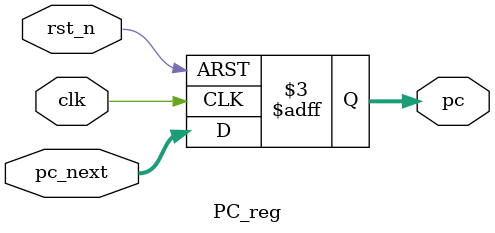
<source format=v>
module PC_reg (
    input wire clk, rst_n,
    input wire [31:0] pc_next,
    output reg [31:0] pc
);

always @(posedge clk or negedge rst_n) begin
    if (!rst_n) begin
        pc <= 32'b0;
    end else begin
        pc <= pc_next;
    end
end

endmodule

</source>
